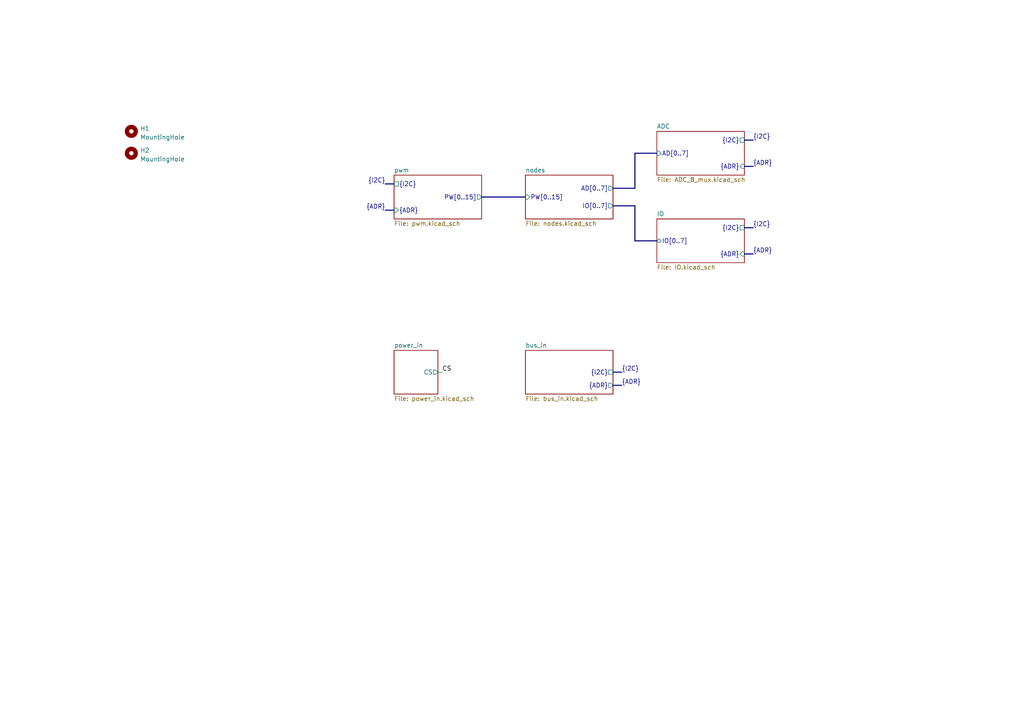
<source format=kicad_sch>
(kicad_sch (version 20230121) (generator eeschema)
  (paper "A4")
  (lib_symbols
    (symbol "Mechanical:MountingHole" (pin_names (offset 1.016))
      (property "Reference" "H" (at 0 5.08 0))
      (property "Value" "MountingHole" (at 0 3.175 0))
      (symbol "MountingHole_0_1"
        (circle (center 0 0) (radius 1.27) (stroke (width 1.27)))
      )
    )
  )
  (bus_alias "ADR" (members "A0" "A1"))
  (bus_alias "I2C" (members "SDA" "SCL" "~INT"))
  (bus (pts (xy 184.15 54.61) (xy 177.8 54.61)))
  (bus (pts (xy 190.5 69.85) (xy 184.15 69.85)))
  (bus (pts (xy 111.76 60.96) (xy 114.3 60.96)))
  (bus (pts (xy 215.9 48.26) (xy 218.44 48.26)))
  (bus (pts (xy 215.9 66.04) (xy 218.44 66.04)))
  (bus (pts (xy 177.8 111.76) (xy 180.34 111.76)))
  (bus (pts (xy 215.9 40.64) (xy 218.44 40.64)))
  (wire (pts (xy 127 107.95) (xy 128.27 107.95)))
  (bus (pts (xy 184.15 69.85) (xy 184.15 59.69)))
  (bus (pts (xy 111.76 53.34) (xy 114.3 53.34)))
  (bus (pts (xy 177.8 107.95) (xy 180.34 107.95)))
  (bus (pts (xy 190.5 44.45) (xy 184.15 44.45)))
  (bus (pts (xy 184.15 44.45) (xy 184.15 54.61)))
  (bus (pts (xy 139.7 57.15) (xy 152.4 57.15)))
  (bus (pts (xy 184.15 59.69) (xy 177.8 59.69)))
  (bus (pts (xy 215.9 73.66) (xy 218.44 73.66)))
  (label "{ADR}" (at 218.44 48.26 0))
  (label "{ADR}" (at 111.76 60.96 180))
  (label "CS" (at 128.27 107.95 0))
  (label "{ADR}" (at 180.34 111.76 0))
  (label "{I2C}" (at 218.44 40.64 0))
  (label "{ADR}" (at 218.44 73.66 0))
  (label "{I2C}" (at 111.76 53.34 180))
  (label "{I2C}" (at 180.34 107.95 0))
  (label "{I2C}" (at 218.44 66.04 0))
  (symbol (lib_id "Mechanical:MountingHole") (at 38.1 38.1 0) (unit 1) (in_bom no)
    (property "Reference" "H1" (at 40.64 37.2653 0) (effects (justify left)))
    (property "Value" "MountingHole" (at 40.64 39.8022 0) (effects (justify left)))
    (property "Footprint" "MountingHole:MountingHole_3.2mm_M3" (effects hide))
  )
  (symbol (lib_id "Mechanical:MountingHole") (at 38.1 44.45 0) (unit 1) (in_bom no)
    (property "Reference" "H2" (at 40.64 43.6153 0) (effects (justify left)))
    (property "Value" "MountingHole" (at 40.64 46.1522 0) (effects (justify left)))
    (property "Footprint" "MountingHole:MountingHole_3.2mm_M3" (effects hide))
  )
  (sheet (at 152.4 101.6) (size 25.4 12.7) (stroke (width 0.1524))
    (property "Sheetname" "bus_in" (at 152.4 100.8884 0) (effects (justify left bottom)))
    (property "Sheetfile" "bus_in.kicad_sch" (at 152.4 114.8846 0) (effects (justify left top)))
    (pin "{ADR}" output (at 177.8 111.76 0))
    (pin "{I2C}" passive (at 177.8 107.95 0))
  )
  (sheet (at 152.4 50.8) (size 25.4 12.7) (stroke (width 0.1524))
    (property "Sheetname" "nodes" (at 152.4 50.0884 0) (effects (justify left bottom)))
    (property "Sheetfile" "nodes.kicad_sch" (at 152.4 64.0846 0) (effects (justify left top)))
    (pin "IO[0..7]" output (at 177.8 59.69 0))
    (pin "AD[0..7]" output (at 177.8 54.61 0))
    (pin "PW[0..15]" input (at 152.4 57.15 180))
  )
  (sheet (at 190.5 63.5) (size 25.4 12.7) (stroke (width 0.1524))
    (property "Sheetname" "IO" (at 190.5 62.7884 0) (effects (justify left bottom)))
    (property "Sheetfile" "IO.kicad_sch" (at 190.5 76.7846 0) (effects (justify left top)))
    (pin "IO[0..7]" bidirectional (at 190.5 69.85 180))
    (pin "{ADR}" input (at 215.9 73.66 0))
    (pin "{I2C}" passive (at 215.9 66.04 0))
  )
  (sheet (at 190.5 38.1) (size 25.4 12.7) (stroke (width 0.1524))
    (property "Sheetname" "ADC" (at 190.5 37.3884 0) (effects (justify left bottom)))
    (property "Sheetfile" "ADC_8_mux.kicad_sch" (at 190.5 51.3846 0) (effects (justify left top)))
    (pin "{ADR}" input (at 215.9 48.26 0))
    (pin "AD[0..7]" input (at 190.5 44.45 180))
    (pin "{I2C}" passive (at 215.9 40.64 0))
  )
  (sheet (at 114.3 50.8) (size 25.4 12.7) (stroke (width 0.1524))
    (property "Sheetname" "pwm" (at 114.3 50.0884 0) (effects (justify left bottom)))
    (property "Sheetfile" "pwm.kicad_sch" (at 114.3 64.0846 0) (effects (justify left top)))
    (pin "PW[0..15]" output (at 139.7 57.15 0))
    (pin "{ADR}" input (at 114.3 60.96 180))
    (pin "{I2C}" passive (at 114.3 53.34 180))
  )
  (sheet (at 114.3 101.6) (size 12.7 12.7) (stroke (width 0.1524))
    (property "Sheetname" "power_in" (at 114.3 100.8884 0) (effects (justify left bottom)))
    (property "Sheetfile" "power_in.kicad_sch" (at 114.3 114.8846 0) (effects (justify left top)))
    (pin "CS" output (at 127 107.95 0))
  )
)
</source>
